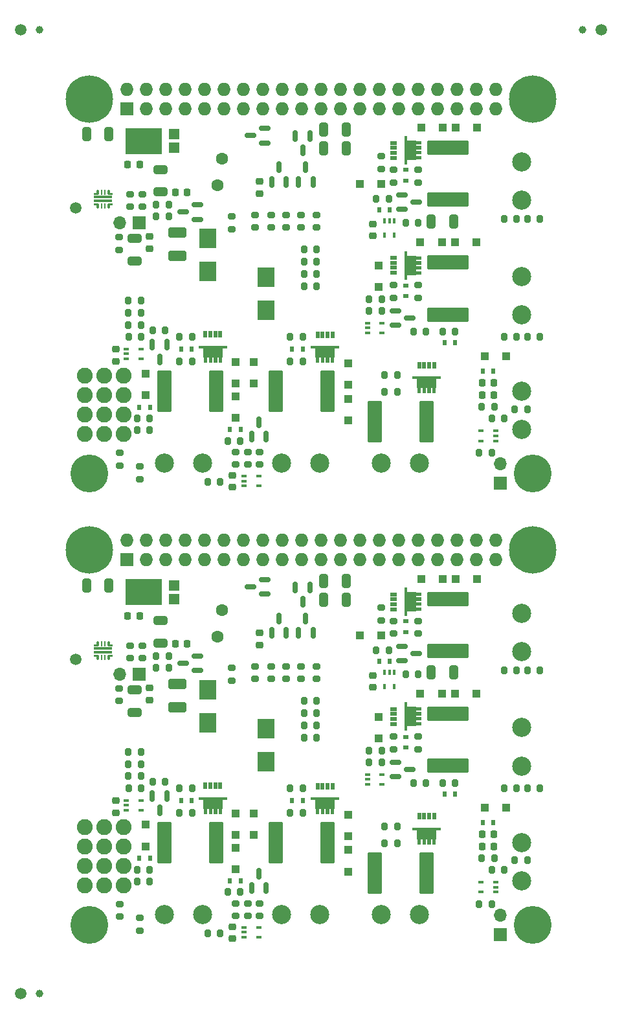
<source format=gbr>
%TF.GenerationSoftware,KiCad,Pcbnew,8.0.2+dfsg-1*%
%TF.CreationDate,2024-06-08T17:30:32+01:00*%
%TF.ProjectId,panel,70616e65-6c2e-46b6-9963-61645f706362,rev?*%
%TF.SameCoordinates,Original*%
%TF.FileFunction,Soldermask,Bot*%
%TF.FilePolarity,Negative*%
%FSLAX46Y46*%
G04 Gerber Fmt 4.6, Leading zero omitted, Abs format (unit mm)*
G04 Created by KiCad (PCBNEW 8.0.2+dfsg-1) date 2024-06-08 17:30:32*
%MOMM*%
%LPD*%
G01*
G04 APERTURE LIST*
G04 Aperture macros list*
%AMRoundRect*
0 Rectangle with rounded corners*
0 $1 Rounding radius*
0 $2 $3 $4 $5 $6 $7 $8 $9 X,Y pos of 4 corners*
0 Add a 4 corners polygon primitive as box body*
4,1,4,$2,$3,$4,$5,$6,$7,$8,$9,$2,$3,0*
0 Add four circle primitives for the rounded corners*
1,1,$1+$1,$2,$3*
1,1,$1+$1,$4,$5*
1,1,$1+$1,$6,$7*
1,1,$1+$1,$8,$9*
0 Add four rect primitives between the rounded corners*
20,1,$1+$1,$2,$3,$4,$5,0*
20,1,$1+$1,$4,$5,$6,$7,0*
20,1,$1+$1,$6,$7,$8,$9,0*
20,1,$1+$1,$8,$9,$2,$3,0*%
%AMFreePoly0*
4,1,5,0.225000,-0.400000,-0.225000,-0.400000,-0.225000,0.400000,0.225000,0.400000,0.225000,-0.400000,0.225000,-0.400000,$1*%
%AMFreePoly1*
4,1,29,0.150000,1.240000,0.200000,1.240000,0.200000,-1.260000,0.150000,-1.260000,0.150000,-1.860000,-0.150000,-1.860000,-0.150000,-1.260000,-1.350000,-1.260000,-1.350000,-1.210000,-2.050000,-1.210000,-2.050000,-0.760000,-1.350000,-0.760000,-1.350000,-0.560000,-2.050000,-0.560000,-2.050000,-0.110000,-1.350000,-0.110000,-1.350000,0.090000,-2.050000,0.090000,-2.050000,0.540000,-1.350000,0.540000,
-1.350000,0.740000,-2.050000,0.740000,-2.050000,1.190000,-1.350000,1.190000,-1.350000,1.240000,-0.150000,1.240000,-0.150000,1.840000,0.150000,1.840000,0.150000,1.240000,0.150000,1.240000,$1*%
%AMFreePoly2*
4,1,27,0.269134,0.146194,0.285355,0.135355,0.296194,0.119134,0.300000,0.100000,0.300000,-0.450000,0.296194,-0.469134,0.285355,-0.485355,0.269134,-0.496194,0.250000,-0.500000,0.100000,-0.500000,0.080866,-0.496194,0.064645,-0.485355,0.053806,-0.469134,0.050000,-0.450000,0.050000,-0.150000,-0.250000,-0.150000,-0.269134,-0.146194,-0.285355,-0.135355,-0.296194,-0.119134,-0.300000,-0.100000,
-0.300000,0.100000,-0.296194,0.119134,-0.285355,0.135355,-0.269134,0.146194,-0.250000,0.150000,0.250000,0.150000,0.269134,0.146194,0.269134,0.146194,$1*%
%AMFreePoly3*
4,1,28,0.269134,0.496194,0.285355,0.485355,0.296194,0.469134,0.300000,0.450000,0.300000,-0.100000,0.296194,-0.119134,0.285355,-0.135355,0.269134,-0.146194,0.250000,-0.150000,0.000000,-0.150000,-0.250000,-0.150000,-0.269134,-0.146194,-0.285355,-0.135355,-0.296194,-0.119134,-0.300000,-0.100000,-0.300000,0.100000,-0.296194,0.119134,-0.285355,0.135355,-0.269134,0.146194,-0.250000,0.150000,
0.050000,0.150000,0.050000,0.450000,0.053806,0.469134,0.064645,0.485355,0.080866,0.496194,0.100000,0.500000,0.250000,0.500000,0.269134,0.496194,0.269134,0.496194,$1*%
%AMFreePoly4*
4,1,28,-0.080866,0.496194,-0.064645,0.485355,-0.053806,0.469134,-0.050000,0.450000,-0.050000,0.150000,0.250000,0.150000,0.269134,0.146194,0.285355,0.135355,0.296194,0.119134,0.300000,0.100000,0.300000,-0.100000,0.296194,-0.119134,0.285355,-0.135355,0.269134,-0.146194,0.250000,-0.150000,0.000000,-0.150000,-0.250000,-0.150000,-0.269134,-0.146194,-0.285355,-0.135355,-0.296194,-0.119134,
-0.300000,-0.100000,-0.300000,0.450000,-0.296194,0.469134,-0.285355,0.485355,-0.269134,0.496194,-0.250000,0.500000,-0.100000,0.500000,-0.080866,0.496194,-0.080866,0.496194,$1*%
%AMFreePoly5*
4,1,27,0.269134,0.146194,0.285355,0.135355,0.296194,0.119134,0.300000,0.100000,0.300000,-0.100000,0.296194,-0.119134,0.285355,-0.135355,0.269134,-0.146194,0.250000,-0.150000,-0.050000,-0.150000,-0.050000,-0.450000,-0.053806,-0.469134,-0.064645,-0.485355,-0.080866,-0.496194,-0.100000,-0.500000,-0.250000,-0.500000,-0.269134,-0.496194,-0.285355,-0.485355,-0.296194,-0.469134,-0.300000,-0.450000,
-0.300000,0.100000,-0.296194,0.119134,-0.285355,0.135355,-0.269134,0.146194,-0.250000,0.150000,0.250000,0.150000,0.269134,0.146194,0.269134,0.146194,$1*%
G04 Aperture macros list end*
%ADD10C,2.500000*%
%ADD11C,2.082800*%
%ADD12C,4.950000*%
%ADD13R,1.700000X1.700000*%
%ADD14O,1.700000X1.700000*%
%ADD15C,6.200000*%
%ADD16C,1.500000*%
%ADD17R,1.727200X1.727200*%
%ADD18O,1.727200X1.727200*%
%ADD19RoundRect,0.200000X-0.200000X-0.275000X0.200000X-0.275000X0.200000X0.275000X-0.200000X0.275000X0*%
%ADD20C,1.600000*%
%ADD21RoundRect,0.100000X-0.225000X-0.100000X0.225000X-0.100000X0.225000X0.100000X-0.225000X0.100000X0*%
%ADD22RoundRect,0.225000X-0.250000X0.225000X-0.250000X-0.225000X0.250000X-0.225000X0.250000X0.225000X0*%
%ADD23R,2.300000X2.500000*%
%ADD24RoundRect,0.150000X-0.150000X0.587500X-0.150000X-0.587500X0.150000X-0.587500X0.150000X0.587500X0*%
%ADD25RoundRect,0.200000X0.200000X0.275000X-0.200000X0.275000X-0.200000X-0.275000X0.200000X-0.275000X0*%
%ADD26RoundRect,0.200000X-0.275000X0.200000X-0.275000X-0.200000X0.275000X-0.200000X0.275000X0.200000X0*%
%ADD27RoundRect,0.250000X-0.325000X-0.650000X0.325000X-0.650000X0.325000X0.650000X-0.325000X0.650000X0*%
%ADD28RoundRect,0.225000X0.225000X0.250000X-0.225000X0.250000X-0.225000X-0.250000X0.225000X-0.250000X0*%
%ADD29R,1.100000X1.100000*%
%ADD30RoundRect,0.250000X-0.925000X0.412500X-0.925000X-0.412500X0.925000X-0.412500X0.925000X0.412500X0*%
%ADD31R,0.600000X0.700000*%
%ADD32RoundRect,0.225000X-0.225000X-0.250000X0.225000X-0.250000X0.225000X0.250000X-0.225000X0.250000X0*%
%ADD33RoundRect,0.200000X0.275000X-0.200000X0.275000X0.200000X-0.275000X0.200000X-0.275000X-0.200000X0*%
%ADD34RoundRect,0.100000X0.225000X0.100000X-0.225000X0.100000X-0.225000X-0.100000X0.225000X-0.100000X0*%
%ADD35RoundRect,0.250000X-0.650000X0.325000X-0.650000X-0.325000X0.650000X-0.325000X0.650000X0.325000X0*%
%ADD36C,1.000000*%
%ADD37RoundRect,0.250000X-0.712500X-2.475000X0.712500X-2.475000X0.712500X2.475000X-0.712500X2.475000X0*%
%ADD38RoundRect,0.150000X0.150000X-0.587500X0.150000X0.587500X-0.150000X0.587500X-0.150000X-0.587500X0*%
%ADD39RoundRect,0.250000X0.325000X0.650000X-0.325000X0.650000X-0.325000X-0.650000X0.325000X-0.650000X0*%
%ADD40RoundRect,0.250000X0.712500X2.475000X-0.712500X2.475000X-0.712500X-2.475000X0.712500X-2.475000X0*%
%ADD41R,0.700000X0.600000*%
%ADD42FreePoly0,180.000000*%
%ADD43FreePoly1,90.000000*%
%ADD44RoundRect,0.250000X-2.475000X0.712500X-2.475000X-0.712500X2.475000X-0.712500X2.475000X0.712500X0*%
%ADD45RoundRect,0.225000X0.250000X-0.225000X0.250000X0.225000X-0.250000X0.225000X-0.250000X-0.225000X0*%
%ADD46RoundRect,0.150000X-0.587500X-0.150000X0.587500X-0.150000X0.587500X0.150000X-0.587500X0.150000X0*%
%ADD47RoundRect,0.250000X0.650000X-0.325000X0.650000X0.325000X-0.650000X0.325000X-0.650000X-0.325000X0*%
%ADD48R,4.860000X3.360000*%
%ADD49R,1.400000X1.390000*%
%ADD50FreePoly2,90.000000*%
%ADD51RoundRect,0.050000X0.075000X-0.250000X0.075000X0.250000X-0.075000X0.250000X-0.075000X-0.250000X0*%
%ADD52FreePoly3,90.000000*%
%ADD53RoundRect,0.050000X1.150000X-0.100000X1.150000X0.100000X-1.150000X0.100000X-1.150000X-0.100000X0*%
%ADD54FreePoly4,90.000000*%
%ADD55FreePoly5,90.000000*%
%ADD56RoundRect,0.100000X-0.100000X0.225000X-0.100000X-0.225000X0.100000X-0.225000X0.100000X0.225000X0*%
%ADD57FreePoly0,270.000000*%
%ADD58FreePoly1,180.000000*%
%ADD59RoundRect,0.150000X0.587500X0.150000X-0.587500X0.150000X-0.587500X-0.150000X0.587500X-0.150000X0*%
G04 APERTURE END LIST*
D10*
%TO.C,J8*%
X176050000Y-44750000D03*
X176050000Y-39750000D03*
%TD*%
D11*
%TO.C,J1*%
X118920000Y-126670000D03*
X118920000Y-129210000D03*
X118920000Y-131750000D03*
X118920000Y-134290000D03*
%TD*%
D12*
%TO.C,PI2*%
X177500000Y-80500000D03*
%TD*%
D13*
%TO.C,J11*%
X173250000Y-81775000D03*
D14*
X173250000Y-79235000D03*
%TD*%
D12*
%TO.C,PI2*%
X177500000Y-139500000D03*
%TD*%
D13*
%TO.C,J11*%
X173250000Y-140775000D03*
D14*
X173250000Y-138235000D03*
%TD*%
D10*
%TO.C,J5*%
X144625000Y-138150000D03*
X149625000Y-138150000D03*
%TD*%
D15*
%TO.C,PI3*%
X119500000Y-31500000D03*
%TD*%
D12*
%TO.C,PI4*%
X119500000Y-80500000D03*
%TD*%
D16*
%TO.C,KiKit_TO_2*%
X186500000Y-22500000D03*
%TD*%
D10*
%TO.C,J5*%
X144625000Y-79150000D03*
X149625000Y-79150000D03*
%TD*%
D13*
%TO.C,J9*%
X126000000Y-47700000D03*
D14*
X123460000Y-47700000D03*
%TD*%
D13*
%TO.C,J9*%
X126000000Y-106700000D03*
D14*
X123460000Y-106700000D03*
%TD*%
D16*
%TO.C,KiKit_TO_3*%
X110500000Y-148500046D03*
%TD*%
D10*
%TO.C,J3*%
X157700000Y-79150000D03*
X162700000Y-79150000D03*
%TD*%
D15*
%TO.C,PI1*%
X177500000Y-31500000D03*
%TD*%
D10*
%TO.C,J10*%
X176012500Y-74700000D03*
X176012500Y-69700000D03*
%TD*%
D17*
%TO.C,J2*%
X124370000Y-32770000D03*
D18*
X124370000Y-30230000D03*
X126910000Y-32770000D03*
X126910000Y-30230000D03*
X129450000Y-32770000D03*
X129450000Y-30230000D03*
X131990000Y-32770000D03*
X131990000Y-30230000D03*
X134530000Y-32770000D03*
X134530000Y-30230000D03*
X137070000Y-32770000D03*
X137070000Y-30230000D03*
X139610000Y-32770000D03*
X139610000Y-30230000D03*
X142150000Y-32770000D03*
X142150000Y-30230000D03*
X144690000Y-32770000D03*
X144690000Y-30230000D03*
X147230000Y-32770000D03*
X147230000Y-30230000D03*
X149770000Y-32770000D03*
X149770000Y-30230000D03*
X152310000Y-32770000D03*
X152310000Y-30230000D03*
X154850000Y-32770000D03*
X154850000Y-30230000D03*
X157390000Y-32770000D03*
X157390000Y-30230000D03*
X159930000Y-32770000D03*
X159930000Y-30230000D03*
X162470000Y-32770000D03*
X162470000Y-30230000D03*
X165010000Y-32770000D03*
X165010000Y-30230000D03*
X167550000Y-32770000D03*
X167550000Y-30230000D03*
X170090000Y-32770000D03*
X170090000Y-30230000D03*
X172630000Y-32770000D03*
X172630000Y-30230000D03*
%TD*%
D10*
%TO.C,J4*%
X129300000Y-138150000D03*
X134300000Y-138150000D03*
%TD*%
D16*
%TO.C,KiKit_TO_1*%
X110500000Y-22500000D03*
%TD*%
D10*
%TO.C,J4*%
X129300000Y-79150000D03*
X134300000Y-79150000D03*
%TD*%
%TO.C,J7*%
X176050000Y-59700000D03*
X176050000Y-54700000D03*
%TD*%
D11*
%TO.C,J1*%
X118920000Y-67670000D03*
X118920000Y-70210000D03*
X118920000Y-72750000D03*
X118920000Y-75290000D03*
%TD*%
D10*
%TO.C,J8*%
X176050000Y-103750000D03*
X176050000Y-98750000D03*
%TD*%
D11*
%TO.C,J6*%
X124020000Y-134290000D03*
X121480000Y-134290000D03*
X124020000Y-131750000D03*
X121480000Y-131750000D03*
X124020000Y-129210000D03*
X121480000Y-129210000D03*
X124020000Y-126670000D03*
X121480000Y-126670000D03*
%TD*%
%TO.C,J6*%
X124020000Y-75290000D03*
X121480000Y-75290000D03*
X124020000Y-72750000D03*
X121480000Y-72750000D03*
X124020000Y-70210000D03*
X121480000Y-70210000D03*
X124020000Y-67670000D03*
X121480000Y-67670000D03*
%TD*%
D17*
%TO.C,J2*%
X124370000Y-91770000D03*
D18*
X124370000Y-89230000D03*
X126910000Y-91770000D03*
X126910000Y-89230000D03*
X129450000Y-91770000D03*
X129450000Y-89230000D03*
X131990000Y-91770000D03*
X131990000Y-89230000D03*
X134530000Y-91770000D03*
X134530000Y-89230000D03*
X137070000Y-91770000D03*
X137070000Y-89230000D03*
X139610000Y-91770000D03*
X139610000Y-89230000D03*
X142150000Y-91770000D03*
X142150000Y-89230000D03*
X144690000Y-91770000D03*
X144690000Y-89230000D03*
X147230000Y-91770000D03*
X147230000Y-89230000D03*
X149770000Y-91770000D03*
X149770000Y-89230000D03*
X152310000Y-91770000D03*
X152310000Y-89230000D03*
X154850000Y-91770000D03*
X154850000Y-89230000D03*
X157390000Y-91770000D03*
X157390000Y-89230000D03*
X159930000Y-91770000D03*
X159930000Y-89230000D03*
X162470000Y-91770000D03*
X162470000Y-89230000D03*
X165010000Y-91770000D03*
X165010000Y-89230000D03*
X167550000Y-91770000D03*
X167550000Y-89230000D03*
X170090000Y-91770000D03*
X170090000Y-89230000D03*
X172630000Y-91770000D03*
X172630000Y-89230000D03*
%TD*%
D10*
%TO.C,J10*%
X176012500Y-133700000D03*
X176012500Y-128700000D03*
%TD*%
D15*
%TO.C,PI3*%
X119500000Y-90500000D03*
%TD*%
D10*
%TO.C,J3*%
X157700000Y-138150000D03*
X162700000Y-138150000D03*
%TD*%
D12*
%TO.C,PI4*%
X119500000Y-139500000D03*
%TD*%
D15*
%TO.C,PI1*%
X177500000Y-90500000D03*
%TD*%
D10*
%TO.C,J7*%
X176050000Y-118700000D03*
X176050000Y-113700000D03*
%TD*%
D19*
%TO.C,R24*%
X147575000Y-56000000D03*
X149225000Y-56000000D03*
%TD*%
D20*
%TO.C,C8*%
X136250000Y-42800000D03*
X136857769Y-39353173D03*
%TD*%
D21*
%TO.C,U6*%
X155900000Y-121100000D03*
X155900000Y-120450000D03*
X155900000Y-119800000D03*
X157800000Y-119800000D03*
X157800000Y-121100000D03*
%TD*%
D22*
%TO.C,C7*%
X141800000Y-101325000D03*
X141800000Y-102875000D03*
%TD*%
D23*
%TO.C,D7*%
X142600000Y-59150000D03*
X142600000Y-54850000D03*
%TD*%
D20*
%TO.C,C8*%
X136250000Y-101800000D03*
X136857769Y-98353173D03*
%TD*%
D24*
%TO.C,Q4*%
X127750000Y-63662500D03*
X129650000Y-63662500D03*
X128700000Y-65537500D03*
%TD*%
D25*
%TO.C,R49*%
X173775000Y-73300000D03*
X172125000Y-73300000D03*
%TD*%
%TO.C,R38*%
X126250000Y-57875000D03*
X124600000Y-57875000D03*
%TD*%
D26*
%TO.C,R14*%
X159300000Y-40775000D03*
X159300000Y-42425000D03*
%TD*%
D27*
%TO.C,C12*%
X164225000Y-47500000D03*
X167175000Y-47500000D03*
%TD*%
D28*
%TO.C,C21*%
X172425000Y-70200000D03*
X170875000Y-70200000D03*
%TD*%
D29*
%TO.C,D26*%
X154850000Y-101600000D03*
X157650000Y-101600000D03*
%TD*%
D26*
%TO.C,R37*%
X138100000Y-105875000D03*
X138100000Y-107525000D03*
%TD*%
D29*
%TO.C,D8*%
X138600000Y-65900000D03*
X138600000Y-68700000D03*
%TD*%
D30*
%TO.C,C13*%
X131000000Y-107962500D03*
X131000000Y-111037500D03*
%TD*%
D31*
%TO.C,D2*%
X131500000Y-64200000D03*
X132900000Y-64200000D03*
%TD*%
D25*
%TO.C,R12*%
X163525000Y-120900000D03*
X161875000Y-120900000D03*
%TD*%
D26*
%TO.C,R35*%
X143300000Y-46675000D03*
X143300000Y-48325000D03*
%TD*%
D32*
%TO.C,C24*%
X130725000Y-43750000D03*
X132275000Y-43750000D03*
%TD*%
D33*
%TO.C,R7*%
X162500000Y-57525000D03*
X162500000Y-55875000D03*
%TD*%
D34*
%TO.C,U8*%
X172650000Y-133900000D03*
X172650000Y-134550000D03*
X172650000Y-135200000D03*
X170750000Y-135200000D03*
X170750000Y-133900000D03*
%TD*%
D35*
%TO.C,C20*%
X125400000Y-49725000D03*
X125400000Y-52675000D03*
%TD*%
D25*
%TO.C,R19*%
X136625000Y-81600000D03*
X134975000Y-81600000D03*
%TD*%
D36*
%TO.C,KiKit_FID_B_3*%
X113000000Y-148500046D03*
%TD*%
D35*
%TO.C,C20*%
X125400000Y-108725000D03*
X125400000Y-111675000D03*
%TD*%
D19*
%TO.C,R27*%
X147575000Y-51200000D03*
X149225000Y-51200000D03*
%TD*%
D25*
%TO.C,R56*%
X175375000Y-121600000D03*
X173725000Y-121600000D03*
%TD*%
D33*
%TO.C,R20*%
X157700000Y-99675000D03*
X157700000Y-98025000D03*
%TD*%
D25*
%TO.C,R53*%
X127375000Y-132300000D03*
X125725000Y-132300000D03*
%TD*%
%TO.C,R55*%
X172125000Y-136800000D03*
X170475000Y-136800000D03*
%TD*%
D28*
%TO.C,C17*%
X126075000Y-40100000D03*
X124525000Y-40100000D03*
%TD*%
D25*
%TO.C,R30*%
X126250000Y-120050000D03*
X124600000Y-120050000D03*
%TD*%
D23*
%TO.C,D7*%
X142600000Y-118150000D03*
X142600000Y-113850000D03*
%TD*%
D24*
%TO.C,Q4*%
X127750000Y-122662500D03*
X129650000Y-122662500D03*
X128700000Y-124537500D03*
%TD*%
D37*
%TO.C,F1*%
X156812500Y-132700000D03*
X163587500Y-132700000D03*
%TD*%
D28*
%TO.C,C17*%
X126075000Y-99100000D03*
X124525000Y-99100000D03*
%TD*%
D25*
%TO.C,R22*%
X162525000Y-47700000D03*
X160875000Y-47700000D03*
%TD*%
D21*
%TO.C,U4*%
X139750000Y-141100000D03*
X139750000Y-140450000D03*
X139750000Y-139800000D03*
X141650000Y-139800000D03*
X141650000Y-141100000D03*
%TD*%
D19*
%TO.C,R24*%
X147575000Y-115000000D03*
X149225000Y-115000000D03*
%TD*%
D38*
%TO.C,D33*%
X145250000Y-42337500D03*
X143350000Y-42337500D03*
X144300000Y-40462500D03*
%TD*%
D25*
%TO.C,R19*%
X136625000Y-140600000D03*
X134975000Y-140600000D03*
%TD*%
D39*
%TO.C,C2*%
X153075000Y-38000000D03*
X150125000Y-38000000D03*
%TD*%
D25*
%TO.C,R55*%
X172125000Y-77800000D03*
X170475000Y-77800000D03*
%TD*%
D19*
%TO.C,R16*%
X176775000Y-47200000D03*
X178425000Y-47200000D03*
%TD*%
D40*
%TO.C,F4*%
X150637500Y-69700000D03*
X143862500Y-69700000D03*
%TD*%
D25*
%TO.C,R10*%
X157725000Y-116700000D03*
X156075000Y-116700000D03*
%TD*%
D33*
%TO.C,R58*%
X123450000Y-79425000D03*
X123450000Y-77775000D03*
%TD*%
D28*
%TO.C,C21*%
X172425000Y-129200000D03*
X170875000Y-129200000D03*
%TD*%
D29*
%TO.C,D8*%
X138600000Y-124900000D03*
X138600000Y-127700000D03*
%TD*%
D31*
%TO.C,D17*%
X146000000Y-64200000D03*
X147400000Y-64200000D03*
%TD*%
D41*
%TO.C,D18*%
X160900000Y-101200000D03*
X160900000Y-99800000D03*
%TD*%
D25*
%TO.C,R38*%
X126250000Y-116875000D03*
X124600000Y-116875000D03*
%TD*%
D29*
%TO.C,D22*%
X162900000Y-35300000D03*
X165700000Y-35300000D03*
%TD*%
D33*
%TO.C,R15*%
X140200000Y-138325000D03*
X140200000Y-136675000D03*
%TD*%
D42*
%TO.C,Q2*%
X136625000Y-121300000D03*
D43*
X135640000Y-122950000D03*
D42*
X135975000Y-121300000D03*
X135325000Y-121300000D03*
X134675000Y-121300000D03*
%TD*%
D31*
%TO.C,D6*%
X167350000Y-122400000D03*
X165950000Y-122400000D03*
%TD*%
D29*
%TO.C,D22*%
X162900000Y-94300000D03*
X165700000Y-94300000D03*
%TD*%
D41*
%TO.C,D3*%
X160900000Y-116300000D03*
X160900000Y-114900000D03*
%TD*%
D16*
%TO.C,TP1*%
X117700000Y-104800000D03*
%TD*%
D44*
%TO.C,F5*%
X166400000Y-37912500D03*
X166400000Y-44687500D03*
%TD*%
D26*
%TO.C,R34*%
X145200000Y-105687500D03*
X145200000Y-107337500D03*
%TD*%
D31*
%TO.C,D39*%
X172350000Y-126100000D03*
X170950000Y-126100000D03*
%TD*%
D36*
%TO.C,KiKit_FID_B_2*%
X184000000Y-22500000D03*
%TD*%
D31*
%TO.C,D2*%
X131500000Y-123200000D03*
X132900000Y-123200000D03*
%TD*%
D29*
%TO.C,D23*%
X153350000Y-70700000D03*
X153350000Y-73500000D03*
%TD*%
D33*
%TO.C,R4*%
X126100000Y-81225000D03*
X126100000Y-79575000D03*
%TD*%
D21*
%TO.C,U4*%
X139750000Y-82100000D03*
X139750000Y-81450000D03*
X139750000Y-80800000D03*
X141650000Y-80800000D03*
X141650000Y-82100000D03*
%TD*%
D33*
%TO.C,R21*%
X141750000Y-79325000D03*
X141750000Y-77675000D03*
%TD*%
D26*
%TO.C,R3*%
X159300000Y-114875000D03*
X159300000Y-116525000D03*
%TD*%
D25*
%TO.C,R1*%
X159775000Y-69800000D03*
X158125000Y-69800000D03*
%TD*%
D45*
%TO.C,C29*%
X122950000Y-65800000D03*
X122950000Y-64250000D03*
%TD*%
D25*
%TO.C,R13*%
X147425000Y-121600000D03*
X145775000Y-121600000D03*
%TD*%
D19*
%TO.C,R27*%
X147575000Y-110200000D03*
X149225000Y-110200000D03*
%TD*%
D25*
%TO.C,R23*%
X159775000Y-67600000D03*
X158125000Y-67600000D03*
%TD*%
D46*
%TO.C,Q5*%
X159512500Y-61100000D03*
X159512500Y-59200000D03*
X161387500Y-60150000D03*
%TD*%
D31*
%TO.C,D42*%
X157400000Y-46050000D03*
X158800000Y-46050000D03*
%TD*%
D19*
%TO.C,R8*%
X165700000Y-120900000D03*
X167350000Y-120900000D03*
%TD*%
D31*
%TO.C,D45*%
X126050000Y-71800000D03*
X127450000Y-71800000D03*
%TD*%
D25*
%TO.C,R54*%
X175375000Y-106200000D03*
X173725000Y-106200000D03*
%TD*%
D42*
%TO.C,Q1*%
X164600000Y-125292500D03*
D43*
X163615000Y-126942500D03*
D42*
X163950000Y-125292500D03*
X163300000Y-125292500D03*
X162650000Y-125292500D03*
%TD*%
D19*
%TO.C,R17*%
X145775000Y-65800000D03*
X147425000Y-65800000D03*
%TD*%
D38*
%TO.C,D32*%
X148750000Y-101337500D03*
X146850000Y-101337500D03*
X147800000Y-99462500D03*
%TD*%
D19*
%TO.C,R26*%
X147575000Y-111800000D03*
X149225000Y-111800000D03*
%TD*%
D33*
%TO.C,R18*%
X162500000Y-101425000D03*
X162500000Y-99775000D03*
%TD*%
D21*
%TO.C,U6*%
X155900000Y-62100000D03*
X155900000Y-61450000D03*
X155900000Y-60800000D03*
X157800000Y-60800000D03*
X157800000Y-62100000D03*
%TD*%
D24*
%TO.C,D34*%
X146450000Y-36362500D03*
X148350000Y-36362500D03*
X147400000Y-38237500D03*
%TD*%
D29*
%TO.C,D26*%
X154850000Y-42600000D03*
X157650000Y-42600000D03*
%TD*%
%TO.C,D40*%
X174000000Y-65150000D03*
X171200000Y-65150000D03*
%TD*%
D40*
%TO.C,F4*%
X150637500Y-128700000D03*
X143862500Y-128700000D03*
%TD*%
D25*
%TO.C,R41*%
X129875000Y-104350000D03*
X128225000Y-104350000D03*
%TD*%
D19*
%TO.C,R17*%
X145775000Y-124800000D03*
X147425000Y-124800000D03*
%TD*%
D40*
%TO.C,F2*%
X136087500Y-128700000D03*
X129312500Y-128700000D03*
%TD*%
D47*
%TO.C,C19*%
X128800000Y-43675000D03*
X128800000Y-40725000D03*
%TD*%
D33*
%TO.C,R46*%
X123400000Y-51225000D03*
X123400000Y-49575000D03*
%TD*%
D25*
%TO.C,R12*%
X163525000Y-61900000D03*
X161875000Y-61900000D03*
%TD*%
D29*
%TO.C,D21*%
X153350000Y-66100000D03*
X153350000Y-68900000D03*
%TD*%
D44*
%TO.C,F3*%
X166400000Y-111912500D03*
X166400000Y-118687500D03*
%TD*%
D19*
%TO.C,R52*%
X137575000Y-76200000D03*
X139225000Y-76200000D03*
%TD*%
D29*
%TO.C,D23*%
X153350000Y-129700000D03*
X153350000Y-132500000D03*
%TD*%
D38*
%TO.C,Q8*%
X142650000Y-75637500D03*
X140750000Y-75637500D03*
X141700000Y-73762500D03*
%TD*%
D33*
%TO.C,R15*%
X140200000Y-79325000D03*
X140200000Y-77675000D03*
%TD*%
D29*
%TO.C,D13*%
X157300000Y-112300000D03*
X157300000Y-115100000D03*
%TD*%
D23*
%TO.C,D16*%
X135000000Y-49750000D03*
X135000000Y-54050000D03*
%TD*%
D33*
%TO.C,R45*%
X126400000Y-45625000D03*
X126400000Y-43975000D03*
%TD*%
D42*
%TO.C,Q6*%
X151300000Y-62350000D03*
D43*
X150315000Y-64000000D03*
D42*
X150650000Y-62350000D03*
X150000000Y-62350000D03*
X149350000Y-62350000D03*
%TD*%
D25*
%TO.C,R54*%
X175375000Y-47200000D03*
X173725000Y-47200000D03*
%TD*%
D39*
%TO.C,C2*%
X153075000Y-97000000D03*
X150125000Y-97000000D03*
%TD*%
D25*
%TO.C,R2*%
X132925000Y-121600000D03*
X131275000Y-121600000D03*
%TD*%
D48*
%TO.C,D36*%
X126580000Y-37000000D03*
D49*
X130562000Y-36080000D03*
X130562000Y-37920000D03*
%TD*%
D45*
%TO.C,C29*%
X122950000Y-124800000D03*
X122950000Y-123250000D03*
%TD*%
D33*
%TO.C,R58*%
X123450000Y-138425000D03*
X123450000Y-136775000D03*
%TD*%
D50*
%TO.C,U3*%
X122000000Y-45500000D03*
D51*
X121525000Y-45500000D03*
X121075000Y-45500000D03*
D52*
X120600000Y-45500000D03*
D53*
X121300000Y-44850000D03*
X121300000Y-44350000D03*
D54*
X120600000Y-43700000D03*
D51*
X121075000Y-43700000D03*
X121525000Y-43700000D03*
D55*
X122000000Y-43700000D03*
%TD*%
D29*
%TO.C,D10*%
X138650000Y-129400000D03*
X138650000Y-132200000D03*
%TD*%
D19*
%TO.C,R25*%
X147575000Y-54400000D03*
X149225000Y-54400000D03*
%TD*%
D29*
%TO.C,D13*%
X157300000Y-53300000D03*
X157300000Y-56100000D03*
%TD*%
D25*
%TO.C,R11*%
X129425000Y-61800000D03*
X127775000Y-61800000D03*
%TD*%
D34*
%TO.C,U8*%
X172650000Y-74900000D03*
X172650000Y-75550000D03*
X172650000Y-76200000D03*
X170750000Y-76200000D03*
X170750000Y-74900000D03*
%TD*%
D31*
%TO.C,D44*%
X139300000Y-133750000D03*
X137900000Y-133750000D03*
%TD*%
D28*
%TO.C,C25*%
X172425000Y-68650000D03*
X170875000Y-68650000D03*
%TD*%
D29*
%TO.C,D9*%
X162800000Y-50250000D03*
X165600000Y-50250000D03*
%TD*%
D19*
%TO.C,R52*%
X137575000Y-135200000D03*
X139225000Y-135200000D03*
%TD*%
D31*
%TO.C,D44*%
X139300000Y-74750000D03*
X137900000Y-74750000D03*
%TD*%
D25*
%TO.C,R47*%
X172475000Y-71750000D03*
X170825000Y-71750000D03*
%TD*%
D19*
%TO.C,R48*%
X175125000Y-72050000D03*
X176775000Y-72050000D03*
%TD*%
D29*
%TO.C,D24*%
X167400000Y-94300000D03*
X170200000Y-94300000D03*
%TD*%
D33*
%TO.C,R57*%
X138650000Y-79325000D03*
X138650000Y-77675000D03*
%TD*%
D26*
%TO.C,R33*%
X147200000Y-105687500D03*
X147200000Y-107337500D03*
%TD*%
D25*
%TO.C,R5*%
X178425000Y-121600000D03*
X176775000Y-121600000D03*
%TD*%
D47*
%TO.C,C19*%
X128800000Y-102675000D03*
X128800000Y-99725000D03*
%TD*%
D29*
%TO.C,D12*%
X126900000Y-126400000D03*
X126900000Y-129200000D03*
%TD*%
D56*
%TO.C,U7*%
X158100000Y-106450000D03*
X158750000Y-106450000D03*
X159400000Y-106450000D03*
X159400000Y-108350000D03*
X158100000Y-108350000D03*
%TD*%
D37*
%TO.C,F1*%
X156812500Y-73700000D03*
X163587500Y-73700000D03*
%TD*%
D46*
%TO.C,Q9*%
X160362500Y-45950000D03*
X160362500Y-44050000D03*
X162237500Y-45000000D03*
%TD*%
D29*
%TO.C,D12*%
X126900000Y-67400000D03*
X126900000Y-70200000D03*
%TD*%
%TO.C,D10*%
X138650000Y-70400000D03*
X138650000Y-73200000D03*
%TD*%
D27*
%TO.C,C10*%
X119125000Y-36125000D03*
X122075000Y-36125000D03*
%TD*%
D25*
%TO.C,R31*%
X126275000Y-62625000D03*
X124625000Y-62625000D03*
%TD*%
D22*
%TO.C,C9*%
X127400000Y-49525000D03*
X127400000Y-51075000D03*
%TD*%
D25*
%TO.C,R9*%
X127375000Y-74800000D03*
X125725000Y-74800000D03*
%TD*%
%TO.C,R47*%
X172475000Y-130750000D03*
X170825000Y-130750000D03*
%TD*%
D26*
%TO.C,R33*%
X147200000Y-46687500D03*
X147200000Y-48337500D03*
%TD*%
D31*
%TO.C,D45*%
X126050000Y-130800000D03*
X127450000Y-130800000D03*
%TD*%
D29*
%TO.C,D11*%
X167350000Y-50250000D03*
X170150000Y-50250000D03*
%TD*%
D25*
%TO.C,R29*%
X126250000Y-118475000D03*
X124600000Y-118475000D03*
%TD*%
D33*
%TO.C,R57*%
X138650000Y-138325000D03*
X138650000Y-136675000D03*
%TD*%
D31*
%TO.C,D39*%
X172350000Y-67100000D03*
X170950000Y-67100000D03*
%TD*%
D42*
%TO.C,Q6*%
X151300000Y-121350000D03*
D43*
X150315000Y-123000000D03*
D42*
X150650000Y-121350000D03*
X150000000Y-121350000D03*
X149350000Y-121350000D03*
%TD*%
D26*
%TO.C,R14*%
X159300000Y-99775000D03*
X159300000Y-101425000D03*
%TD*%
D21*
%TO.C,U5*%
X124350000Y-65500000D03*
X124350000Y-64850000D03*
X124350000Y-64200000D03*
X126250000Y-64200000D03*
X126250000Y-65500000D03*
%TD*%
D57*
%TO.C,Q7*%
X159250000Y-96275000D03*
D58*
X160900000Y-97260000D03*
D57*
X159250000Y-96925000D03*
X159250000Y-97575000D03*
X159250000Y-98225000D03*
%TD*%
D16*
%TO.C,TP1*%
X117700000Y-45800000D03*
%TD*%
D25*
%TO.C,R50*%
X158675000Y-44550000D03*
X157025000Y-44550000D03*
%TD*%
D32*
%TO.C,C24*%
X130725000Y-102750000D03*
X132275000Y-102750000D03*
%TD*%
D25*
%TO.C,R30*%
X126250000Y-61050000D03*
X124600000Y-61050000D03*
%TD*%
%TO.C,R1*%
X159775000Y-128800000D03*
X158125000Y-128800000D03*
%TD*%
D23*
%TO.C,D16*%
X135000000Y-108750000D03*
X135000000Y-113050000D03*
%TD*%
D45*
%TO.C,C26*%
X156600000Y-49425000D03*
X156600000Y-47875000D03*
%TD*%
D19*
%TO.C,R6*%
X131275000Y-65800000D03*
X132925000Y-65800000D03*
%TD*%
D29*
%TO.C,D25*%
X141000000Y-124900000D03*
X141000000Y-127700000D03*
%TD*%
D45*
%TO.C,C28*%
X138200000Y-141275000D03*
X138200000Y-139725000D03*
%TD*%
D25*
%TO.C,R56*%
X175375000Y-62600000D03*
X173725000Y-62600000D03*
%TD*%
D38*
%TO.C,Q8*%
X142650000Y-134637500D03*
X140750000Y-134637500D03*
X141700000Y-132762500D03*
%TD*%
D25*
%TO.C,R29*%
X126250000Y-59475000D03*
X124600000Y-59475000D03*
%TD*%
D26*
%TO.C,R35*%
X143300000Y-105675000D03*
X143300000Y-107325000D03*
%TD*%
D25*
%TO.C,R13*%
X147425000Y-62600000D03*
X145775000Y-62600000D03*
%TD*%
D44*
%TO.C,F3*%
X166400000Y-52912500D03*
X166400000Y-59687500D03*
%TD*%
D39*
%TO.C,C4*%
X153075000Y-94500000D03*
X150125000Y-94500000D03*
%TD*%
D21*
%TO.C,U5*%
X124350000Y-124500000D03*
X124350000Y-123850000D03*
X124350000Y-123200000D03*
X126250000Y-123200000D03*
X126250000Y-124500000D03*
%TD*%
D26*
%TO.C,R37*%
X138100000Y-46875000D03*
X138100000Y-48525000D03*
%TD*%
D28*
%TO.C,C25*%
X172425000Y-127650000D03*
X170875000Y-127650000D03*
%TD*%
D31*
%TO.C,D6*%
X167350000Y-63400000D03*
X165950000Y-63400000D03*
%TD*%
D19*
%TO.C,R51*%
X156075000Y-118250000D03*
X157725000Y-118250000D03*
%TD*%
D25*
%TO.C,R43*%
X129875000Y-46900000D03*
X128225000Y-46900000D03*
%TD*%
D26*
%TO.C,R3*%
X159300000Y-55875000D03*
X159300000Y-57525000D03*
%TD*%
D45*
%TO.C,C26*%
X156600000Y-108425000D03*
X156600000Y-106875000D03*
%TD*%
D25*
%TO.C,R22*%
X162525000Y-106700000D03*
X160875000Y-106700000D03*
%TD*%
D59*
%TO.C,D35*%
X142437500Y-35350000D03*
X142437500Y-37250000D03*
X140562500Y-36300000D03*
%TD*%
D29*
%TO.C,D21*%
X153350000Y-125100000D03*
X153350000Y-127900000D03*
%TD*%
D25*
%TO.C,R11*%
X129425000Y-120800000D03*
X127775000Y-120800000D03*
%TD*%
D36*
%TO.C,KiKit_FID_B_1*%
X113000000Y-22500000D03*
%TD*%
D19*
%TO.C,R26*%
X147575000Y-52800000D03*
X149225000Y-52800000D03*
%TD*%
D26*
%TO.C,R32*%
X149200000Y-46675000D03*
X149200000Y-48325000D03*
%TD*%
D25*
%TO.C,R9*%
X127375000Y-133800000D03*
X125725000Y-133800000D03*
%TD*%
D45*
%TO.C,C28*%
X138200000Y-82275000D03*
X138200000Y-80725000D03*
%TD*%
D27*
%TO.C,C12*%
X164225000Y-106500000D03*
X167175000Y-106500000D03*
%TD*%
D26*
%TO.C,R42*%
X124850000Y-102975000D03*
X124850000Y-104625000D03*
%TD*%
%TO.C,R34*%
X145200000Y-46687500D03*
X145200000Y-48337500D03*
%TD*%
D42*
%TO.C,Q2*%
X136625000Y-62300000D03*
D43*
X135640000Y-63950000D03*
D42*
X135975000Y-62300000D03*
X135325000Y-62300000D03*
X134675000Y-62300000D03*
%TD*%
D33*
%TO.C,R46*%
X123400000Y-110225000D03*
X123400000Y-108575000D03*
%TD*%
D29*
%TO.C,D25*%
X141000000Y-65900000D03*
X141000000Y-68700000D03*
%TD*%
D25*
%TO.C,R5*%
X178425000Y-62600000D03*
X176775000Y-62600000D03*
%TD*%
D33*
%TO.C,R18*%
X162500000Y-42425000D03*
X162500000Y-40775000D03*
%TD*%
D25*
%TO.C,R23*%
X159775000Y-126600000D03*
X158125000Y-126600000D03*
%TD*%
D33*
%TO.C,R7*%
X162500000Y-116525000D03*
X162500000Y-114875000D03*
%TD*%
D30*
%TO.C,C13*%
X131000000Y-48962500D03*
X131000000Y-52037500D03*
%TD*%
D44*
%TO.C,F5*%
X166400000Y-96912500D03*
X166400000Y-103687500D03*
%TD*%
D26*
%TO.C,R42*%
X124850000Y-43975000D03*
X124850000Y-45625000D03*
%TD*%
D57*
%TO.C,Q7*%
X159250000Y-37275000D03*
D58*
X160900000Y-38260000D03*
D57*
X159250000Y-37925000D03*
X159250000Y-38575000D03*
X159250000Y-39225000D03*
%TD*%
D19*
%TO.C,R16*%
X176775000Y-106200000D03*
X178425000Y-106200000D03*
%TD*%
D46*
%TO.C,Q5*%
X159512500Y-120100000D03*
X159512500Y-118200000D03*
X161387500Y-119150000D03*
%TD*%
D50*
%TO.C,U3*%
X122000000Y-104500000D03*
D51*
X121525000Y-104500000D03*
X121075000Y-104500000D03*
D52*
X120600000Y-104500000D03*
D53*
X121300000Y-103850000D03*
X121300000Y-103350000D03*
D54*
X120600000Y-102700000D03*
D51*
X121075000Y-102700000D03*
X121525000Y-102700000D03*
D55*
X122000000Y-102700000D03*
%TD*%
D38*
%TO.C,D32*%
X148750000Y-42337500D03*
X146850000Y-42337500D03*
X147800000Y-40462500D03*
%TD*%
D33*
%TO.C,R45*%
X126400000Y-104625000D03*
X126400000Y-102975000D03*
%TD*%
D19*
%TO.C,R25*%
X147575000Y-113400000D03*
X149225000Y-113400000D03*
%TD*%
D22*
%TO.C,C9*%
X127400000Y-108525000D03*
X127400000Y-110075000D03*
%TD*%
D57*
%TO.C,Q3*%
X159250000Y-52275000D03*
D58*
X160900000Y-53260000D03*
D57*
X159250000Y-52925000D03*
X159250000Y-53575000D03*
X159250000Y-54225000D03*
%TD*%
D31*
%TO.C,D17*%
X146000000Y-123200000D03*
X147400000Y-123200000D03*
%TD*%
D19*
%TO.C,R48*%
X175125000Y-131050000D03*
X176775000Y-131050000D03*
%TD*%
D25*
%TO.C,R53*%
X127375000Y-73300000D03*
X125725000Y-73300000D03*
%TD*%
D38*
%TO.C,D33*%
X145250000Y-101337500D03*
X143350000Y-101337500D03*
X144300000Y-99462500D03*
%TD*%
D31*
%TO.C,D42*%
X157400000Y-105050000D03*
X158800000Y-105050000D03*
%TD*%
D57*
%TO.C,Q3*%
X159250000Y-111275000D03*
D58*
X160900000Y-112260000D03*
D57*
X159250000Y-111925000D03*
X159250000Y-112575000D03*
X159250000Y-113225000D03*
%TD*%
D19*
%TO.C,R8*%
X165700000Y-61900000D03*
X167350000Y-61900000D03*
%TD*%
D33*
%TO.C,R4*%
X126100000Y-140225000D03*
X126100000Y-138575000D03*
%TD*%
D19*
%TO.C,R6*%
X131275000Y-124800000D03*
X132925000Y-124800000D03*
%TD*%
D22*
%TO.C,C7*%
X141800000Y-42325000D03*
X141800000Y-43875000D03*
%TD*%
D39*
%TO.C,C4*%
X153075000Y-35500000D03*
X150125000Y-35500000D03*
%TD*%
D56*
%TO.C,U7*%
X158100000Y-47450000D03*
X158750000Y-47450000D03*
X159400000Y-47450000D03*
X159400000Y-49350000D03*
X158100000Y-49350000D03*
%TD*%
D40*
%TO.C,F2*%
X136087500Y-69700000D03*
X129312500Y-69700000D03*
%TD*%
D27*
%TO.C,C10*%
X119125000Y-95125000D03*
X122075000Y-95125000D03*
%TD*%
D42*
%TO.C,Q1*%
X164600000Y-66292500D03*
D43*
X163615000Y-67942500D03*
D42*
X163950000Y-66292500D03*
X163300000Y-66292500D03*
X162650000Y-66292500D03*
%TD*%
D24*
%TO.C,D34*%
X146450000Y-95362500D03*
X148350000Y-95362500D03*
X147400000Y-97237500D03*
%TD*%
D25*
%TO.C,R49*%
X173775000Y-132300000D03*
X172125000Y-132300000D03*
%TD*%
D29*
%TO.C,D11*%
X167350000Y-109250000D03*
X170150000Y-109250000D03*
%TD*%
D48*
%TO.C,D36*%
X126580000Y-96000000D03*
D49*
X130562000Y-95080000D03*
X130562000Y-96920000D03*
%TD*%
D25*
%TO.C,R50*%
X158675000Y-103550000D03*
X157025000Y-103550000D03*
%TD*%
D59*
%TO.C,U9*%
X133675000Y-104350000D03*
X133675000Y-106250000D03*
X131800000Y-105300000D03*
%TD*%
D25*
%TO.C,R43*%
X129875000Y-105900000D03*
X128225000Y-105900000D03*
%TD*%
D26*
%TO.C,R36*%
X141200000Y-105687500D03*
X141200000Y-107337500D03*
%TD*%
D29*
%TO.C,D24*%
X167400000Y-35300000D03*
X170200000Y-35300000D03*
%TD*%
%TO.C,D40*%
X174000000Y-124150000D03*
X171200000Y-124150000D03*
%TD*%
D59*
%TO.C,D35*%
X142437500Y-94350000D03*
X142437500Y-96250000D03*
X140562500Y-95300000D03*
%TD*%
%TO.C,U9*%
X133675000Y-45350000D03*
X133675000Y-47250000D03*
X131800000Y-46300000D03*
%TD*%
D26*
%TO.C,R36*%
X141200000Y-46687500D03*
X141200000Y-48337500D03*
%TD*%
%TO.C,R32*%
X149200000Y-105675000D03*
X149200000Y-107325000D03*
%TD*%
D41*
%TO.C,D3*%
X160900000Y-57300000D03*
X160900000Y-55900000D03*
%TD*%
D25*
%TO.C,R2*%
X132925000Y-62600000D03*
X131275000Y-62600000D03*
%TD*%
D29*
%TO.C,D9*%
X162800000Y-109250000D03*
X165600000Y-109250000D03*
%TD*%
D25*
%TO.C,R41*%
X129875000Y-45350000D03*
X128225000Y-45350000D03*
%TD*%
D33*
%TO.C,R20*%
X157700000Y-40675000D03*
X157700000Y-39025000D03*
%TD*%
%TO.C,R21*%
X141750000Y-138325000D03*
X141750000Y-136675000D03*
%TD*%
D46*
%TO.C,Q9*%
X160362500Y-104950000D03*
X160362500Y-103050000D03*
X162237500Y-104000000D03*
%TD*%
D25*
%TO.C,R10*%
X157725000Y-57700000D03*
X156075000Y-57700000D03*
%TD*%
D19*
%TO.C,R51*%
X156075000Y-59250000D03*
X157725000Y-59250000D03*
%TD*%
D25*
%TO.C,R31*%
X126275000Y-121625000D03*
X124625000Y-121625000D03*
%TD*%
D41*
%TO.C,D18*%
X160900000Y-42200000D03*
X160900000Y-40800000D03*
%TD*%
M02*

</source>
